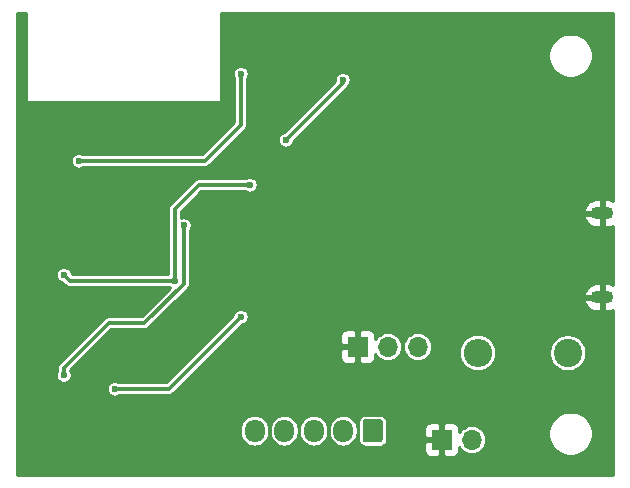
<source format=gbr>
G04 #@! TF.GenerationSoftware,KiCad,Pcbnew,5.1.2-f72e74a~84~ubuntu16.04.1*
G04 #@! TF.CreationDate,2019-05-27T21:49:57+02:00*
G04 #@! TF.ProjectId,CameraMotor,43616d65-7261-44d6-9f74-6f722e6b6963,rev?*
G04 #@! TF.SameCoordinates,Original*
G04 #@! TF.FileFunction,Copper,L2,Bot*
G04 #@! TF.FilePolarity,Positive*
%FSLAX46Y46*%
G04 Gerber Fmt 4.6, Leading zero omitted, Abs format (unit mm)*
G04 Created by KiCad (PCBNEW 5.1.2-f72e74a~84~ubuntu16.04.1) date 2019-05-27 21:49:57*
%MOMM*%
%LPD*%
G04 APERTURE LIST*
%ADD10C,0.100000*%
%ADD11C,1.700000*%
%ADD12O,1.700000X1.950000*%
%ADD13O,1.900000X1.100000*%
%ADD14R,1.700000X1.700000*%
%ADD15O,1.700000X1.700000*%
%ADD16C,2.400000*%
%ADD17O,2.400000X2.400000*%
%ADD18C,0.600000*%
%ADD19C,0.350000*%
%ADD20C,0.254000*%
G04 APERTURE END LIST*
D10*
G36*
X161406504Y-127550204D02*
G01*
X161430773Y-127553804D01*
X161454571Y-127559765D01*
X161477671Y-127568030D01*
X161499849Y-127578520D01*
X161520893Y-127591133D01*
X161540598Y-127605747D01*
X161558777Y-127622223D01*
X161575253Y-127640402D01*
X161589867Y-127660107D01*
X161602480Y-127681151D01*
X161612970Y-127703329D01*
X161621235Y-127726429D01*
X161627196Y-127750227D01*
X161630796Y-127774496D01*
X161632000Y-127799000D01*
X161632000Y-129249000D01*
X161630796Y-129273504D01*
X161627196Y-129297773D01*
X161621235Y-129321571D01*
X161612970Y-129344671D01*
X161602480Y-129366849D01*
X161589867Y-129387893D01*
X161575253Y-129407598D01*
X161558777Y-129425777D01*
X161540598Y-129442253D01*
X161520893Y-129456867D01*
X161499849Y-129469480D01*
X161477671Y-129479970D01*
X161454571Y-129488235D01*
X161430773Y-129494196D01*
X161406504Y-129497796D01*
X161382000Y-129499000D01*
X160182000Y-129499000D01*
X160157496Y-129497796D01*
X160133227Y-129494196D01*
X160109429Y-129488235D01*
X160086329Y-129479970D01*
X160064151Y-129469480D01*
X160043107Y-129456867D01*
X160023402Y-129442253D01*
X160005223Y-129425777D01*
X159988747Y-129407598D01*
X159974133Y-129387893D01*
X159961520Y-129366849D01*
X159951030Y-129344671D01*
X159942765Y-129321571D01*
X159936804Y-129297773D01*
X159933204Y-129273504D01*
X159932000Y-129249000D01*
X159932000Y-127799000D01*
X159933204Y-127774496D01*
X159936804Y-127750227D01*
X159942765Y-127726429D01*
X159951030Y-127703329D01*
X159961520Y-127681151D01*
X159974133Y-127660107D01*
X159988747Y-127640402D01*
X160005223Y-127622223D01*
X160023402Y-127605747D01*
X160043107Y-127591133D01*
X160064151Y-127578520D01*
X160086329Y-127568030D01*
X160109429Y-127559765D01*
X160133227Y-127553804D01*
X160157496Y-127550204D01*
X160182000Y-127549000D01*
X161382000Y-127549000D01*
X161406504Y-127550204D01*
X161406504Y-127550204D01*
G37*
D11*
X160782000Y-128524000D03*
D12*
X158282000Y-128524000D03*
X155782000Y-128524000D03*
X153282000Y-128524000D03*
X150782000Y-128524000D03*
D13*
X180216000Y-117245000D03*
X180216000Y-110105000D03*
D14*
X159512000Y-121412000D03*
D15*
X162052000Y-121412000D03*
X164592000Y-121412000D03*
D14*
X166624000Y-129286000D03*
D15*
X169164000Y-129286000D03*
D16*
X177292000Y-121920000D03*
D17*
X169672000Y-121920000D03*
D18*
X150368000Y-107696000D03*
X144018000Y-115824000D03*
X134620000Y-115316000D03*
X153416000Y-103886000D03*
X158242000Y-98806000D03*
X149606000Y-98298000D03*
X135890000Y-105664000D03*
X149606000Y-118872000D03*
X138938000Y-124968000D03*
X134620000Y-123825000D03*
X144780000Y-111125000D03*
D19*
X150368000Y-107696000D02*
X146050000Y-107696000D01*
X146050000Y-107696000D02*
X144018000Y-109728000D01*
X144018000Y-109728000D02*
X144018000Y-115824000D01*
X144018000Y-115824000D02*
X135128000Y-115824000D01*
X135128000Y-115824000D02*
X134620000Y-115316000D01*
X153416000Y-103886000D02*
X158242000Y-99060000D01*
X158242000Y-99060000D02*
X158242000Y-98806000D01*
X149606000Y-98298000D02*
X149606000Y-102616000D01*
X149606000Y-102616000D02*
X146558000Y-105664000D01*
X146558000Y-105664000D02*
X135890000Y-105664000D01*
X149606000Y-118872000D02*
X143510000Y-124968000D01*
X143510000Y-124968000D02*
X138938000Y-124968000D01*
X134620000Y-123825000D02*
X134620000Y-123190000D01*
X134620000Y-123190000D02*
X138430000Y-119380000D01*
X144780000Y-116061002D02*
X144780000Y-111125000D01*
X141461002Y-119380000D02*
X144780000Y-116061002D01*
X138430000Y-119380000D02*
X141461002Y-119380000D01*
D20*
G36*
X131454667Y-93169399D02*
G01*
X131447440Y-93193224D01*
X131445000Y-93218000D01*
X131445000Y-100584000D01*
X131447440Y-100608776D01*
X131454667Y-100632601D01*
X131466403Y-100654557D01*
X131482197Y-100673803D01*
X131501443Y-100689597D01*
X131523399Y-100701333D01*
X131547224Y-100708560D01*
X131572000Y-100711000D01*
X147828000Y-100711000D01*
X147852776Y-100708560D01*
X147876601Y-100701333D01*
X147898557Y-100689597D01*
X147917803Y-100673803D01*
X147933597Y-100654557D01*
X147945333Y-100632601D01*
X147952560Y-100608776D01*
X147955000Y-100584000D01*
X147955000Y-96589132D01*
X175669000Y-96589132D01*
X175669000Y-96958868D01*
X175741132Y-97321501D01*
X175882624Y-97663093D01*
X176088039Y-97970518D01*
X176349482Y-98231961D01*
X176656907Y-98437376D01*
X176998499Y-98578868D01*
X177361132Y-98651000D01*
X177730868Y-98651000D01*
X178093501Y-98578868D01*
X178435093Y-98437376D01*
X178742518Y-98231961D01*
X179003961Y-97970518D01*
X179209376Y-97663093D01*
X179350868Y-97321501D01*
X179423000Y-96958868D01*
X179423000Y-96589132D01*
X179350868Y-96226499D01*
X179209376Y-95884907D01*
X179003961Y-95577482D01*
X178742518Y-95316039D01*
X178435093Y-95110624D01*
X178093501Y-94969132D01*
X177730868Y-94897000D01*
X177361132Y-94897000D01*
X176998499Y-94969132D01*
X176656907Y-95110624D01*
X176349482Y-95316039D01*
X176088039Y-95577482D01*
X175882624Y-95884907D01*
X175741132Y-96226499D01*
X175669000Y-96589132D01*
X147955000Y-96589132D01*
X147955000Y-93218000D01*
X147952560Y-93193224D01*
X147945333Y-93169399D01*
X147941378Y-93162000D01*
X181158000Y-93162000D01*
X181158000Y-109046578D01*
X180971742Y-108967546D01*
X180743000Y-108920000D01*
X180343000Y-108920000D01*
X180343000Y-109978000D01*
X180363000Y-109978000D01*
X180363000Y-110232000D01*
X180343000Y-110232000D01*
X180343000Y-111290000D01*
X180743000Y-111290000D01*
X180971742Y-111242454D01*
X181158000Y-111163422D01*
X181158001Y-116186578D01*
X180971742Y-116107546D01*
X180743000Y-116060000D01*
X180343000Y-116060000D01*
X180343000Y-117118000D01*
X180363000Y-117118000D01*
X180363000Y-117372000D01*
X180343000Y-117372000D01*
X180343000Y-118430000D01*
X180743000Y-118430000D01*
X180971742Y-118382454D01*
X181158001Y-118303422D01*
X181158001Y-132263000D01*
X130627000Y-132263000D01*
X130627000Y-130136000D01*
X165135928Y-130136000D01*
X165148188Y-130260482D01*
X165184498Y-130380180D01*
X165243463Y-130490494D01*
X165322815Y-130587185D01*
X165419506Y-130666537D01*
X165529820Y-130725502D01*
X165649518Y-130761812D01*
X165774000Y-130774072D01*
X166338250Y-130771000D01*
X166497000Y-130612250D01*
X166497000Y-129413000D01*
X165297750Y-129413000D01*
X165139000Y-129571750D01*
X165135928Y-130136000D01*
X130627000Y-130136000D01*
X130627000Y-128338732D01*
X149555000Y-128338732D01*
X149555000Y-128709267D01*
X149572755Y-128889533D01*
X149642916Y-129120823D01*
X149756851Y-129333982D01*
X149910183Y-129520817D01*
X150097017Y-129674149D01*
X150310176Y-129788084D01*
X150541466Y-129858245D01*
X150782000Y-129881936D01*
X151022533Y-129858245D01*
X151253823Y-129788084D01*
X151466982Y-129674149D01*
X151653817Y-129520817D01*
X151807149Y-129333983D01*
X151921084Y-129120824D01*
X151991245Y-128889534D01*
X152009000Y-128709268D01*
X152009000Y-128338733D01*
X152009000Y-128338732D01*
X152055000Y-128338732D01*
X152055000Y-128709267D01*
X152072755Y-128889533D01*
X152142916Y-129120823D01*
X152256851Y-129333982D01*
X152410183Y-129520817D01*
X152597017Y-129674149D01*
X152810176Y-129788084D01*
X153041466Y-129858245D01*
X153282000Y-129881936D01*
X153522533Y-129858245D01*
X153753823Y-129788084D01*
X153966982Y-129674149D01*
X154153817Y-129520817D01*
X154307149Y-129333983D01*
X154421084Y-129120824D01*
X154491245Y-128889534D01*
X154509000Y-128709268D01*
X154509000Y-128338733D01*
X154509000Y-128338732D01*
X154555000Y-128338732D01*
X154555000Y-128709267D01*
X154572755Y-128889533D01*
X154642916Y-129120823D01*
X154756851Y-129333982D01*
X154910183Y-129520817D01*
X155097017Y-129674149D01*
X155310176Y-129788084D01*
X155541466Y-129858245D01*
X155782000Y-129881936D01*
X156022533Y-129858245D01*
X156253823Y-129788084D01*
X156466982Y-129674149D01*
X156653817Y-129520817D01*
X156807149Y-129333983D01*
X156921084Y-129120824D01*
X156991245Y-128889534D01*
X157009000Y-128709268D01*
X157009000Y-128338733D01*
X157009000Y-128338732D01*
X157055000Y-128338732D01*
X157055000Y-128709267D01*
X157072755Y-128889533D01*
X157142916Y-129120823D01*
X157256851Y-129333982D01*
X157410183Y-129520817D01*
X157597017Y-129674149D01*
X157810176Y-129788084D01*
X158041466Y-129858245D01*
X158282000Y-129881936D01*
X158522533Y-129858245D01*
X158753823Y-129788084D01*
X158966982Y-129674149D01*
X159153817Y-129520817D01*
X159307149Y-129333983D01*
X159421084Y-129120824D01*
X159491245Y-128889534D01*
X159509000Y-128709268D01*
X159509000Y-128338733D01*
X159491245Y-128158467D01*
X159421084Y-127927177D01*
X159352573Y-127799000D01*
X159553176Y-127799000D01*
X159553176Y-129249000D01*
X159565259Y-129371677D01*
X159601042Y-129489641D01*
X159659152Y-129598356D01*
X159737354Y-129693646D01*
X159832644Y-129771848D01*
X159941359Y-129829958D01*
X160059323Y-129865741D01*
X160182000Y-129877824D01*
X161382000Y-129877824D01*
X161504677Y-129865741D01*
X161622641Y-129829958D01*
X161731356Y-129771848D01*
X161826646Y-129693646D01*
X161904848Y-129598356D01*
X161962958Y-129489641D01*
X161998741Y-129371677D01*
X162010824Y-129249000D01*
X162010824Y-128436000D01*
X165135928Y-128436000D01*
X165139000Y-129000250D01*
X165297750Y-129159000D01*
X166497000Y-129159000D01*
X166497000Y-127959750D01*
X166751000Y-127959750D01*
X166751000Y-129159000D01*
X166771000Y-129159000D01*
X166771000Y-129413000D01*
X166751000Y-129413000D01*
X166751000Y-130612250D01*
X166909750Y-130771000D01*
X167474000Y-130774072D01*
X167598482Y-130761812D01*
X167718180Y-130725502D01*
X167828494Y-130666537D01*
X167925185Y-130587185D01*
X168004537Y-130490494D01*
X168063502Y-130380180D01*
X168099812Y-130260482D01*
X168112072Y-130136000D01*
X168110889Y-129918669D01*
X168138851Y-129970983D01*
X168292183Y-130157817D01*
X168479017Y-130311149D01*
X168692176Y-130425084D01*
X168923466Y-130495245D01*
X169103732Y-130513000D01*
X169224268Y-130513000D01*
X169404534Y-130495245D01*
X169635824Y-130425084D01*
X169848983Y-130311149D01*
X170035817Y-130157817D01*
X170189149Y-129970983D01*
X170303084Y-129757824D01*
X170373245Y-129526534D01*
X170396936Y-129286000D01*
X170373245Y-129045466D01*
X170303084Y-128814176D01*
X170189149Y-128601017D01*
X170182678Y-128593132D01*
X175669000Y-128593132D01*
X175669000Y-128962868D01*
X175741132Y-129325501D01*
X175882624Y-129667093D01*
X176088039Y-129974518D01*
X176349482Y-130235961D01*
X176656907Y-130441376D01*
X176998499Y-130582868D01*
X177361132Y-130655000D01*
X177730868Y-130655000D01*
X178093501Y-130582868D01*
X178435093Y-130441376D01*
X178742518Y-130235961D01*
X179003961Y-129974518D01*
X179209376Y-129667093D01*
X179350868Y-129325501D01*
X179423000Y-128962868D01*
X179423000Y-128593132D01*
X179350868Y-128230499D01*
X179209376Y-127888907D01*
X179003961Y-127581482D01*
X178742518Y-127320039D01*
X178435093Y-127114624D01*
X178093501Y-126973132D01*
X177730868Y-126901000D01*
X177361132Y-126901000D01*
X176998499Y-126973132D01*
X176656907Y-127114624D01*
X176349482Y-127320039D01*
X176088039Y-127581482D01*
X175882624Y-127888907D01*
X175741132Y-128230499D01*
X175669000Y-128593132D01*
X170182678Y-128593132D01*
X170035817Y-128414183D01*
X169848983Y-128260851D01*
X169635824Y-128146916D01*
X169404534Y-128076755D01*
X169224268Y-128059000D01*
X169103732Y-128059000D01*
X168923466Y-128076755D01*
X168692176Y-128146916D01*
X168479017Y-128260851D01*
X168292183Y-128414183D01*
X168138851Y-128601017D01*
X168110889Y-128653331D01*
X168112072Y-128436000D01*
X168099812Y-128311518D01*
X168063502Y-128191820D01*
X168004537Y-128081506D01*
X167925185Y-127984815D01*
X167828494Y-127905463D01*
X167718180Y-127846498D01*
X167598482Y-127810188D01*
X167474000Y-127797928D01*
X166909750Y-127801000D01*
X166751000Y-127959750D01*
X166497000Y-127959750D01*
X166338250Y-127801000D01*
X165774000Y-127797928D01*
X165649518Y-127810188D01*
X165529820Y-127846498D01*
X165419506Y-127905463D01*
X165322815Y-127984815D01*
X165243463Y-128081506D01*
X165184498Y-128191820D01*
X165148188Y-128311518D01*
X165135928Y-128436000D01*
X162010824Y-128436000D01*
X162010824Y-127799000D01*
X161998741Y-127676323D01*
X161962958Y-127558359D01*
X161904848Y-127449644D01*
X161826646Y-127354354D01*
X161731356Y-127276152D01*
X161622641Y-127218042D01*
X161504677Y-127182259D01*
X161382000Y-127170176D01*
X160182000Y-127170176D01*
X160059323Y-127182259D01*
X159941359Y-127218042D01*
X159832644Y-127276152D01*
X159737354Y-127354354D01*
X159659152Y-127449644D01*
X159601042Y-127558359D01*
X159565259Y-127676323D01*
X159553176Y-127799000D01*
X159352573Y-127799000D01*
X159307149Y-127714018D01*
X159153817Y-127527183D01*
X158966983Y-127373851D01*
X158753824Y-127259916D01*
X158522534Y-127189755D01*
X158282000Y-127166064D01*
X158041467Y-127189755D01*
X157810177Y-127259916D01*
X157597018Y-127373851D01*
X157410184Y-127527183D01*
X157256851Y-127714017D01*
X157142916Y-127927176D01*
X157072755Y-128158466D01*
X157055000Y-128338732D01*
X157009000Y-128338732D01*
X156991245Y-128158467D01*
X156921084Y-127927177D01*
X156807149Y-127714018D01*
X156653817Y-127527183D01*
X156466983Y-127373851D01*
X156253824Y-127259916D01*
X156022534Y-127189755D01*
X155782000Y-127166064D01*
X155541467Y-127189755D01*
X155310177Y-127259916D01*
X155097018Y-127373851D01*
X154910184Y-127527183D01*
X154756851Y-127714017D01*
X154642916Y-127927176D01*
X154572755Y-128158466D01*
X154555000Y-128338732D01*
X154509000Y-128338732D01*
X154491245Y-128158467D01*
X154421084Y-127927177D01*
X154307149Y-127714018D01*
X154153817Y-127527183D01*
X153966983Y-127373851D01*
X153753824Y-127259916D01*
X153522534Y-127189755D01*
X153282000Y-127166064D01*
X153041467Y-127189755D01*
X152810177Y-127259916D01*
X152597018Y-127373851D01*
X152410184Y-127527183D01*
X152256851Y-127714017D01*
X152142916Y-127927176D01*
X152072755Y-128158466D01*
X152055000Y-128338732D01*
X152009000Y-128338732D01*
X151991245Y-128158467D01*
X151921084Y-127927177D01*
X151807149Y-127714018D01*
X151653817Y-127527183D01*
X151466983Y-127373851D01*
X151253824Y-127259916D01*
X151022534Y-127189755D01*
X150782000Y-127166064D01*
X150541467Y-127189755D01*
X150310177Y-127259916D01*
X150097018Y-127373851D01*
X149910184Y-127527183D01*
X149756851Y-127714017D01*
X149642916Y-127927176D01*
X149572755Y-128158466D01*
X149555000Y-128338732D01*
X130627000Y-128338732D01*
X130627000Y-124901321D01*
X138261000Y-124901321D01*
X138261000Y-125034679D01*
X138287016Y-125165474D01*
X138338050Y-125288680D01*
X138412140Y-125399563D01*
X138506437Y-125493860D01*
X138617320Y-125567950D01*
X138740526Y-125618984D01*
X138871321Y-125645000D01*
X139004679Y-125645000D01*
X139135474Y-125618984D01*
X139258680Y-125567950D01*
X139330442Y-125520000D01*
X143482894Y-125520000D01*
X143510000Y-125522670D01*
X143537106Y-125520000D01*
X143537109Y-125520000D01*
X143618211Y-125512012D01*
X143722263Y-125480448D01*
X143818158Y-125429191D01*
X143902211Y-125360211D01*
X143919501Y-125339143D01*
X146996644Y-122262000D01*
X158023928Y-122262000D01*
X158036188Y-122386482D01*
X158072498Y-122506180D01*
X158131463Y-122616494D01*
X158210815Y-122713185D01*
X158307506Y-122792537D01*
X158417820Y-122851502D01*
X158537518Y-122887812D01*
X158662000Y-122900072D01*
X159226250Y-122897000D01*
X159385000Y-122738250D01*
X159385000Y-121539000D01*
X158185750Y-121539000D01*
X158027000Y-121697750D01*
X158023928Y-122262000D01*
X146996644Y-122262000D01*
X148696644Y-120562000D01*
X158023928Y-120562000D01*
X158027000Y-121126250D01*
X158185750Y-121285000D01*
X159385000Y-121285000D01*
X159385000Y-120085750D01*
X159639000Y-120085750D01*
X159639000Y-121285000D01*
X159659000Y-121285000D01*
X159659000Y-121539000D01*
X159639000Y-121539000D01*
X159639000Y-122738250D01*
X159797750Y-122897000D01*
X160362000Y-122900072D01*
X160486482Y-122887812D01*
X160606180Y-122851502D01*
X160716494Y-122792537D01*
X160813185Y-122713185D01*
X160892537Y-122616494D01*
X160951502Y-122506180D01*
X160987812Y-122386482D01*
X161000072Y-122262000D01*
X160998889Y-122044669D01*
X161026851Y-122096983D01*
X161180183Y-122283817D01*
X161367017Y-122437149D01*
X161580176Y-122551084D01*
X161811466Y-122621245D01*
X161991732Y-122639000D01*
X162112268Y-122639000D01*
X162292534Y-122621245D01*
X162523824Y-122551084D01*
X162736983Y-122437149D01*
X162923817Y-122283817D01*
X163077149Y-122096983D01*
X163191084Y-121883824D01*
X163261245Y-121652534D01*
X163284936Y-121412000D01*
X163359064Y-121412000D01*
X163382755Y-121652534D01*
X163452916Y-121883824D01*
X163566851Y-122096983D01*
X163720183Y-122283817D01*
X163907017Y-122437149D01*
X164120176Y-122551084D01*
X164351466Y-122621245D01*
X164531732Y-122639000D01*
X164652268Y-122639000D01*
X164832534Y-122621245D01*
X165063824Y-122551084D01*
X165276983Y-122437149D01*
X165463817Y-122283817D01*
X165617149Y-122096983D01*
X165711747Y-121920000D01*
X168087370Y-121920000D01*
X168117818Y-122229146D01*
X168207993Y-122526412D01*
X168354428Y-122800373D01*
X168551497Y-123040503D01*
X168791627Y-123237572D01*
X169065588Y-123384007D01*
X169362854Y-123474182D01*
X169594531Y-123497000D01*
X169749469Y-123497000D01*
X169981146Y-123474182D01*
X170278412Y-123384007D01*
X170552373Y-123237572D01*
X170792503Y-123040503D01*
X170989572Y-122800373D01*
X171136007Y-122526412D01*
X171226182Y-122229146D01*
X171256630Y-121920000D01*
X171241333Y-121764679D01*
X175715000Y-121764679D01*
X175715000Y-122075321D01*
X175775604Y-122379994D01*
X175894481Y-122666989D01*
X176067064Y-122925279D01*
X176286721Y-123144936D01*
X176545011Y-123317519D01*
X176832006Y-123436396D01*
X177136679Y-123497000D01*
X177447321Y-123497000D01*
X177751994Y-123436396D01*
X178038989Y-123317519D01*
X178297279Y-123144936D01*
X178516936Y-122925279D01*
X178689519Y-122666989D01*
X178808396Y-122379994D01*
X178869000Y-122075321D01*
X178869000Y-121764679D01*
X178808396Y-121460006D01*
X178689519Y-121173011D01*
X178516936Y-120914721D01*
X178297279Y-120695064D01*
X178038989Y-120522481D01*
X177751994Y-120403604D01*
X177447321Y-120343000D01*
X177136679Y-120343000D01*
X176832006Y-120403604D01*
X176545011Y-120522481D01*
X176286721Y-120695064D01*
X176067064Y-120914721D01*
X175894481Y-121173011D01*
X175775604Y-121460006D01*
X175715000Y-121764679D01*
X171241333Y-121764679D01*
X171226182Y-121610854D01*
X171136007Y-121313588D01*
X170989572Y-121039627D01*
X170792503Y-120799497D01*
X170552373Y-120602428D01*
X170278412Y-120455993D01*
X169981146Y-120365818D01*
X169749469Y-120343000D01*
X169594531Y-120343000D01*
X169362854Y-120365818D01*
X169065588Y-120455993D01*
X168791627Y-120602428D01*
X168551497Y-120799497D01*
X168354428Y-121039627D01*
X168207993Y-121313588D01*
X168117818Y-121610854D01*
X168087370Y-121920000D01*
X165711747Y-121920000D01*
X165731084Y-121883824D01*
X165801245Y-121652534D01*
X165824936Y-121412000D01*
X165801245Y-121171466D01*
X165731084Y-120940176D01*
X165617149Y-120727017D01*
X165463817Y-120540183D01*
X165276983Y-120386851D01*
X165063824Y-120272916D01*
X164832534Y-120202755D01*
X164652268Y-120185000D01*
X164531732Y-120185000D01*
X164351466Y-120202755D01*
X164120176Y-120272916D01*
X163907017Y-120386851D01*
X163720183Y-120540183D01*
X163566851Y-120727017D01*
X163452916Y-120940176D01*
X163382755Y-121171466D01*
X163359064Y-121412000D01*
X163284936Y-121412000D01*
X163261245Y-121171466D01*
X163191084Y-120940176D01*
X163077149Y-120727017D01*
X162923817Y-120540183D01*
X162736983Y-120386851D01*
X162523824Y-120272916D01*
X162292534Y-120202755D01*
X162112268Y-120185000D01*
X161991732Y-120185000D01*
X161811466Y-120202755D01*
X161580176Y-120272916D01*
X161367017Y-120386851D01*
X161180183Y-120540183D01*
X161026851Y-120727017D01*
X160998889Y-120779331D01*
X161000072Y-120562000D01*
X160987812Y-120437518D01*
X160951502Y-120317820D01*
X160892537Y-120207506D01*
X160813185Y-120110815D01*
X160716494Y-120031463D01*
X160606180Y-119972498D01*
X160486482Y-119936188D01*
X160362000Y-119923928D01*
X159797750Y-119927000D01*
X159639000Y-120085750D01*
X159385000Y-120085750D01*
X159226250Y-119927000D01*
X158662000Y-119923928D01*
X158537518Y-119936188D01*
X158417820Y-119972498D01*
X158307506Y-120031463D01*
X158210815Y-120110815D01*
X158131463Y-120207506D01*
X158072498Y-120317820D01*
X158036188Y-120437518D01*
X158023928Y-120562000D01*
X148696644Y-120562000D01*
X149718823Y-119539822D01*
X149803474Y-119522984D01*
X149926680Y-119471950D01*
X150037563Y-119397860D01*
X150131860Y-119303563D01*
X150205950Y-119192680D01*
X150256984Y-119069474D01*
X150283000Y-118938679D01*
X150283000Y-118805321D01*
X150256984Y-118674526D01*
X150205950Y-118551320D01*
X150131860Y-118440437D01*
X150037563Y-118346140D01*
X149926680Y-118272050D01*
X149803474Y-118221016D01*
X149672679Y-118195000D01*
X149539321Y-118195000D01*
X149408526Y-118221016D01*
X149285320Y-118272050D01*
X149174437Y-118346140D01*
X149080140Y-118440437D01*
X149006050Y-118551320D01*
X148955016Y-118674526D01*
X148938178Y-118759177D01*
X143281356Y-124416000D01*
X139330442Y-124416000D01*
X139258680Y-124368050D01*
X139135474Y-124317016D01*
X139004679Y-124291000D01*
X138871321Y-124291000D01*
X138740526Y-124317016D01*
X138617320Y-124368050D01*
X138506437Y-124442140D01*
X138412140Y-124536437D01*
X138338050Y-124647320D01*
X138287016Y-124770526D01*
X138261000Y-124901321D01*
X130627000Y-124901321D01*
X130627000Y-115249321D01*
X133943000Y-115249321D01*
X133943000Y-115382679D01*
X133969016Y-115513474D01*
X134020050Y-115636680D01*
X134094140Y-115747563D01*
X134188437Y-115841860D01*
X134299320Y-115915950D01*
X134422526Y-115966984D01*
X134507176Y-115983822D01*
X134718508Y-116195154D01*
X134735789Y-116216211D01*
X134819842Y-116285191D01*
X134915737Y-116336448D01*
X135019789Y-116368012D01*
X135100891Y-116376000D01*
X135100901Y-116376000D01*
X135127999Y-116378669D01*
X135155097Y-116376000D01*
X143625558Y-116376000D01*
X143660806Y-116399552D01*
X141232358Y-118828000D01*
X138457108Y-118828000D01*
X138430000Y-118825330D01*
X138402891Y-118828000D01*
X138321789Y-118835988D01*
X138217737Y-118867552D01*
X138121842Y-118918809D01*
X138037789Y-118987789D01*
X138020508Y-119008846D01*
X134248852Y-122780504D01*
X134227790Y-122797789D01*
X134183709Y-122851502D01*
X134158809Y-122881843D01*
X134107552Y-122977738D01*
X134096558Y-123013981D01*
X134075988Y-123081789D01*
X134069467Y-123148000D01*
X134065330Y-123190000D01*
X134068000Y-123217106D01*
X134068000Y-123432558D01*
X134020050Y-123504320D01*
X133969016Y-123627526D01*
X133943000Y-123758321D01*
X133943000Y-123891679D01*
X133969016Y-124022474D01*
X134020050Y-124145680D01*
X134094140Y-124256563D01*
X134188437Y-124350860D01*
X134299320Y-124424950D01*
X134422526Y-124475984D01*
X134553321Y-124502000D01*
X134686679Y-124502000D01*
X134817474Y-124475984D01*
X134940680Y-124424950D01*
X135051563Y-124350860D01*
X135145860Y-124256563D01*
X135219950Y-124145680D01*
X135270984Y-124022474D01*
X135297000Y-123891679D01*
X135297000Y-123758321D01*
X135270984Y-123627526D01*
X135219950Y-123504320D01*
X135172000Y-123432558D01*
X135172000Y-123418644D01*
X138658646Y-119932000D01*
X141433896Y-119932000D01*
X141461002Y-119934670D01*
X141488108Y-119932000D01*
X141488111Y-119932000D01*
X141569213Y-119924012D01*
X141673265Y-119892448D01*
X141769160Y-119841191D01*
X141853213Y-119772211D01*
X141870503Y-119751143D01*
X144066902Y-117554744D01*
X178672197Y-117554744D01*
X178672601Y-117581147D01*
X178760150Y-117797754D01*
X178888275Y-117993119D01*
X179052052Y-118159734D01*
X179245187Y-118291196D01*
X179460258Y-118382454D01*
X179689000Y-118430000D01*
X180089000Y-118430000D01*
X180089000Y-117372000D01*
X178797639Y-117372000D01*
X178672197Y-117554744D01*
X144066902Y-117554744D01*
X144686390Y-116935256D01*
X178672197Y-116935256D01*
X178797639Y-117118000D01*
X180089000Y-117118000D01*
X180089000Y-116060000D01*
X179689000Y-116060000D01*
X179460258Y-116107546D01*
X179245187Y-116198804D01*
X179052052Y-116330266D01*
X178888275Y-116496881D01*
X178760150Y-116692246D01*
X178672601Y-116908853D01*
X178672197Y-116935256D01*
X144686390Y-116935256D01*
X145151149Y-116470498D01*
X145172211Y-116453213D01*
X145241191Y-116369160D01*
X145292448Y-116273265D01*
X145324012Y-116169213D01*
X145332000Y-116088111D01*
X145332000Y-116088108D01*
X145334670Y-116061002D01*
X145332000Y-116033896D01*
X145332000Y-111517442D01*
X145379950Y-111445680D01*
X145430984Y-111322474D01*
X145457000Y-111191679D01*
X145457000Y-111058321D01*
X145430984Y-110927526D01*
X145379950Y-110804320D01*
X145305860Y-110693437D01*
X145211563Y-110599140D01*
X145100680Y-110525050D01*
X144977474Y-110474016D01*
X144846679Y-110448000D01*
X144713321Y-110448000D01*
X144582526Y-110474016D01*
X144570000Y-110479204D01*
X144570000Y-110414744D01*
X178672197Y-110414744D01*
X178672601Y-110441147D01*
X178760150Y-110657754D01*
X178888275Y-110853119D01*
X179052052Y-111019734D01*
X179245187Y-111151196D01*
X179460258Y-111242454D01*
X179689000Y-111290000D01*
X180089000Y-111290000D01*
X180089000Y-110232000D01*
X178797639Y-110232000D01*
X178672197Y-110414744D01*
X144570000Y-110414744D01*
X144570000Y-109956644D01*
X144731388Y-109795256D01*
X178672197Y-109795256D01*
X178797639Y-109978000D01*
X180089000Y-109978000D01*
X180089000Y-108920000D01*
X179689000Y-108920000D01*
X179460258Y-108967546D01*
X179245187Y-109058804D01*
X179052052Y-109190266D01*
X178888275Y-109356881D01*
X178760150Y-109552246D01*
X178672601Y-109768853D01*
X178672197Y-109795256D01*
X144731388Y-109795256D01*
X146278645Y-108248000D01*
X149975558Y-108248000D01*
X150047320Y-108295950D01*
X150170526Y-108346984D01*
X150301321Y-108373000D01*
X150434679Y-108373000D01*
X150565474Y-108346984D01*
X150688680Y-108295950D01*
X150799563Y-108221860D01*
X150893860Y-108127563D01*
X150967950Y-108016680D01*
X151018984Y-107893474D01*
X151045000Y-107762679D01*
X151045000Y-107629321D01*
X151018984Y-107498526D01*
X150967950Y-107375320D01*
X150893860Y-107264437D01*
X150799563Y-107170140D01*
X150688680Y-107096050D01*
X150565474Y-107045016D01*
X150434679Y-107019000D01*
X150301321Y-107019000D01*
X150170526Y-107045016D01*
X150047320Y-107096050D01*
X149975558Y-107144000D01*
X146077106Y-107144000D01*
X146050000Y-107141330D01*
X146022894Y-107144000D01*
X146022891Y-107144000D01*
X145941789Y-107151988D01*
X145837737Y-107183552D01*
X145741842Y-107234809D01*
X145657789Y-107303789D01*
X145640504Y-107324851D01*
X143646857Y-109318499D01*
X143625789Y-109335789D01*
X143556809Y-109419842D01*
X143505552Y-109515738D01*
X143473988Y-109619790D01*
X143466000Y-109700891D01*
X143463330Y-109728000D01*
X143466000Y-109755106D01*
X143466001Y-115272000D01*
X135356645Y-115272000D01*
X135287822Y-115203176D01*
X135270984Y-115118526D01*
X135219950Y-114995320D01*
X135145860Y-114884437D01*
X135051563Y-114790140D01*
X134940680Y-114716050D01*
X134817474Y-114665016D01*
X134686679Y-114639000D01*
X134553321Y-114639000D01*
X134422526Y-114665016D01*
X134299320Y-114716050D01*
X134188437Y-114790140D01*
X134094140Y-114884437D01*
X134020050Y-114995320D01*
X133969016Y-115118526D01*
X133943000Y-115249321D01*
X130627000Y-115249321D01*
X130627000Y-105597321D01*
X135213000Y-105597321D01*
X135213000Y-105730679D01*
X135239016Y-105861474D01*
X135290050Y-105984680D01*
X135364140Y-106095563D01*
X135458437Y-106189860D01*
X135569320Y-106263950D01*
X135692526Y-106314984D01*
X135823321Y-106341000D01*
X135956679Y-106341000D01*
X136087474Y-106314984D01*
X136210680Y-106263950D01*
X136282442Y-106216000D01*
X146530894Y-106216000D01*
X146558000Y-106218670D01*
X146585106Y-106216000D01*
X146585109Y-106216000D01*
X146666211Y-106208012D01*
X146770263Y-106176448D01*
X146866158Y-106125191D01*
X146950211Y-106056211D01*
X146967501Y-106035143D01*
X149183323Y-103819321D01*
X152739000Y-103819321D01*
X152739000Y-103952679D01*
X152765016Y-104083474D01*
X152816050Y-104206680D01*
X152890140Y-104317563D01*
X152984437Y-104411860D01*
X153095320Y-104485950D01*
X153218526Y-104536984D01*
X153349321Y-104563000D01*
X153482679Y-104563000D01*
X153613474Y-104536984D01*
X153736680Y-104485950D01*
X153847563Y-104411860D01*
X153941860Y-104317563D01*
X154015950Y-104206680D01*
X154066984Y-104083474D01*
X154083822Y-103998822D01*
X158613154Y-99469492D01*
X158634211Y-99452211D01*
X158703191Y-99368158D01*
X158754448Y-99272263D01*
X158763718Y-99241705D01*
X158767860Y-99237563D01*
X158841950Y-99126680D01*
X158892984Y-99003474D01*
X158919000Y-98872679D01*
X158919000Y-98739321D01*
X158892984Y-98608526D01*
X158841950Y-98485320D01*
X158767860Y-98374437D01*
X158673563Y-98280140D01*
X158562680Y-98206050D01*
X158439474Y-98155016D01*
X158308679Y-98129000D01*
X158175321Y-98129000D01*
X158044526Y-98155016D01*
X157921320Y-98206050D01*
X157810437Y-98280140D01*
X157716140Y-98374437D01*
X157642050Y-98485320D01*
X157591016Y-98608526D01*
X157565000Y-98739321D01*
X157565000Y-98872679D01*
X157578882Y-98942472D01*
X153303178Y-103218178D01*
X153218526Y-103235016D01*
X153095320Y-103286050D01*
X152984437Y-103360140D01*
X152890140Y-103454437D01*
X152816050Y-103565320D01*
X152765016Y-103688526D01*
X152739000Y-103819321D01*
X149183323Y-103819321D01*
X149977149Y-103025496D01*
X149998211Y-103008211D01*
X150067191Y-102924158D01*
X150118448Y-102828263D01*
X150150012Y-102724211D01*
X150158000Y-102643109D01*
X150158000Y-102643106D01*
X150160670Y-102616000D01*
X150158000Y-102588894D01*
X150158000Y-98690442D01*
X150205950Y-98618680D01*
X150256984Y-98495474D01*
X150283000Y-98364679D01*
X150283000Y-98231321D01*
X150256984Y-98100526D01*
X150205950Y-97977320D01*
X150131860Y-97866437D01*
X150037563Y-97772140D01*
X149926680Y-97698050D01*
X149803474Y-97647016D01*
X149672679Y-97621000D01*
X149539321Y-97621000D01*
X149408526Y-97647016D01*
X149285320Y-97698050D01*
X149174437Y-97772140D01*
X149080140Y-97866437D01*
X149006050Y-97977320D01*
X148955016Y-98100526D01*
X148929000Y-98231321D01*
X148929000Y-98364679D01*
X148955016Y-98495474D01*
X149006050Y-98618680D01*
X149054000Y-98690442D01*
X149054001Y-102387354D01*
X146329356Y-105112000D01*
X136282442Y-105112000D01*
X136210680Y-105064050D01*
X136087474Y-105013016D01*
X135956679Y-104987000D01*
X135823321Y-104987000D01*
X135692526Y-105013016D01*
X135569320Y-105064050D01*
X135458437Y-105138140D01*
X135364140Y-105232437D01*
X135290050Y-105343320D01*
X135239016Y-105466526D01*
X135213000Y-105597321D01*
X130627000Y-105597321D01*
X130627000Y-93162000D01*
X131458622Y-93162000D01*
X131454667Y-93169399D01*
X131454667Y-93169399D01*
G37*
X131454667Y-93169399D02*
X131447440Y-93193224D01*
X131445000Y-93218000D01*
X131445000Y-100584000D01*
X131447440Y-100608776D01*
X131454667Y-100632601D01*
X131466403Y-100654557D01*
X131482197Y-100673803D01*
X131501443Y-100689597D01*
X131523399Y-100701333D01*
X131547224Y-100708560D01*
X131572000Y-100711000D01*
X147828000Y-100711000D01*
X147852776Y-100708560D01*
X147876601Y-100701333D01*
X147898557Y-100689597D01*
X147917803Y-100673803D01*
X147933597Y-100654557D01*
X147945333Y-100632601D01*
X147952560Y-100608776D01*
X147955000Y-100584000D01*
X147955000Y-96589132D01*
X175669000Y-96589132D01*
X175669000Y-96958868D01*
X175741132Y-97321501D01*
X175882624Y-97663093D01*
X176088039Y-97970518D01*
X176349482Y-98231961D01*
X176656907Y-98437376D01*
X176998499Y-98578868D01*
X177361132Y-98651000D01*
X177730868Y-98651000D01*
X178093501Y-98578868D01*
X178435093Y-98437376D01*
X178742518Y-98231961D01*
X179003961Y-97970518D01*
X179209376Y-97663093D01*
X179350868Y-97321501D01*
X179423000Y-96958868D01*
X179423000Y-96589132D01*
X179350868Y-96226499D01*
X179209376Y-95884907D01*
X179003961Y-95577482D01*
X178742518Y-95316039D01*
X178435093Y-95110624D01*
X178093501Y-94969132D01*
X177730868Y-94897000D01*
X177361132Y-94897000D01*
X176998499Y-94969132D01*
X176656907Y-95110624D01*
X176349482Y-95316039D01*
X176088039Y-95577482D01*
X175882624Y-95884907D01*
X175741132Y-96226499D01*
X175669000Y-96589132D01*
X147955000Y-96589132D01*
X147955000Y-93218000D01*
X147952560Y-93193224D01*
X147945333Y-93169399D01*
X147941378Y-93162000D01*
X181158000Y-93162000D01*
X181158000Y-109046578D01*
X180971742Y-108967546D01*
X180743000Y-108920000D01*
X180343000Y-108920000D01*
X180343000Y-109978000D01*
X180363000Y-109978000D01*
X180363000Y-110232000D01*
X180343000Y-110232000D01*
X180343000Y-111290000D01*
X180743000Y-111290000D01*
X180971742Y-111242454D01*
X181158000Y-111163422D01*
X181158001Y-116186578D01*
X180971742Y-116107546D01*
X180743000Y-116060000D01*
X180343000Y-116060000D01*
X180343000Y-117118000D01*
X180363000Y-117118000D01*
X180363000Y-117372000D01*
X180343000Y-117372000D01*
X180343000Y-118430000D01*
X180743000Y-118430000D01*
X180971742Y-118382454D01*
X181158001Y-118303422D01*
X181158001Y-132263000D01*
X130627000Y-132263000D01*
X130627000Y-130136000D01*
X165135928Y-130136000D01*
X165148188Y-130260482D01*
X165184498Y-130380180D01*
X165243463Y-130490494D01*
X165322815Y-130587185D01*
X165419506Y-130666537D01*
X165529820Y-130725502D01*
X165649518Y-130761812D01*
X165774000Y-130774072D01*
X166338250Y-130771000D01*
X166497000Y-130612250D01*
X166497000Y-129413000D01*
X165297750Y-129413000D01*
X165139000Y-129571750D01*
X165135928Y-130136000D01*
X130627000Y-130136000D01*
X130627000Y-128338732D01*
X149555000Y-128338732D01*
X149555000Y-128709267D01*
X149572755Y-128889533D01*
X149642916Y-129120823D01*
X149756851Y-129333982D01*
X149910183Y-129520817D01*
X150097017Y-129674149D01*
X150310176Y-129788084D01*
X150541466Y-129858245D01*
X150782000Y-129881936D01*
X151022533Y-129858245D01*
X151253823Y-129788084D01*
X151466982Y-129674149D01*
X151653817Y-129520817D01*
X151807149Y-129333983D01*
X151921084Y-129120824D01*
X151991245Y-128889534D01*
X152009000Y-128709268D01*
X152009000Y-128338733D01*
X152009000Y-128338732D01*
X152055000Y-128338732D01*
X152055000Y-128709267D01*
X152072755Y-128889533D01*
X152142916Y-129120823D01*
X152256851Y-129333982D01*
X152410183Y-129520817D01*
X152597017Y-129674149D01*
X152810176Y-129788084D01*
X153041466Y-129858245D01*
X153282000Y-129881936D01*
X153522533Y-129858245D01*
X153753823Y-129788084D01*
X153966982Y-129674149D01*
X154153817Y-129520817D01*
X154307149Y-129333983D01*
X154421084Y-129120824D01*
X154491245Y-128889534D01*
X154509000Y-128709268D01*
X154509000Y-128338733D01*
X154509000Y-128338732D01*
X154555000Y-128338732D01*
X154555000Y-128709267D01*
X154572755Y-128889533D01*
X154642916Y-129120823D01*
X154756851Y-129333982D01*
X154910183Y-129520817D01*
X155097017Y-129674149D01*
X155310176Y-129788084D01*
X155541466Y-129858245D01*
X155782000Y-129881936D01*
X156022533Y-129858245D01*
X156253823Y-129788084D01*
X156466982Y-129674149D01*
X156653817Y-129520817D01*
X156807149Y-129333983D01*
X156921084Y-129120824D01*
X156991245Y-128889534D01*
X157009000Y-128709268D01*
X157009000Y-128338733D01*
X157009000Y-128338732D01*
X157055000Y-128338732D01*
X157055000Y-128709267D01*
X157072755Y-128889533D01*
X157142916Y-129120823D01*
X157256851Y-129333982D01*
X157410183Y-129520817D01*
X157597017Y-129674149D01*
X157810176Y-129788084D01*
X158041466Y-129858245D01*
X158282000Y-129881936D01*
X158522533Y-129858245D01*
X158753823Y-129788084D01*
X158966982Y-129674149D01*
X159153817Y-129520817D01*
X159307149Y-129333983D01*
X159421084Y-129120824D01*
X159491245Y-128889534D01*
X159509000Y-128709268D01*
X159509000Y-128338733D01*
X159491245Y-128158467D01*
X159421084Y-127927177D01*
X159352573Y-127799000D01*
X159553176Y-127799000D01*
X159553176Y-129249000D01*
X159565259Y-129371677D01*
X159601042Y-129489641D01*
X159659152Y-129598356D01*
X159737354Y-129693646D01*
X159832644Y-129771848D01*
X159941359Y-129829958D01*
X160059323Y-129865741D01*
X160182000Y-129877824D01*
X161382000Y-129877824D01*
X161504677Y-129865741D01*
X161622641Y-129829958D01*
X161731356Y-129771848D01*
X161826646Y-129693646D01*
X161904848Y-129598356D01*
X161962958Y-129489641D01*
X161998741Y-129371677D01*
X162010824Y-129249000D01*
X162010824Y-128436000D01*
X165135928Y-128436000D01*
X165139000Y-129000250D01*
X165297750Y-129159000D01*
X166497000Y-129159000D01*
X166497000Y-127959750D01*
X166751000Y-127959750D01*
X166751000Y-129159000D01*
X166771000Y-129159000D01*
X166771000Y-129413000D01*
X166751000Y-129413000D01*
X166751000Y-130612250D01*
X166909750Y-130771000D01*
X167474000Y-130774072D01*
X167598482Y-130761812D01*
X167718180Y-130725502D01*
X167828494Y-130666537D01*
X167925185Y-130587185D01*
X168004537Y-130490494D01*
X168063502Y-130380180D01*
X168099812Y-130260482D01*
X168112072Y-130136000D01*
X168110889Y-129918669D01*
X168138851Y-129970983D01*
X168292183Y-130157817D01*
X168479017Y-130311149D01*
X168692176Y-130425084D01*
X168923466Y-130495245D01*
X169103732Y-130513000D01*
X169224268Y-130513000D01*
X169404534Y-130495245D01*
X169635824Y-130425084D01*
X169848983Y-130311149D01*
X170035817Y-130157817D01*
X170189149Y-129970983D01*
X170303084Y-129757824D01*
X170373245Y-129526534D01*
X170396936Y-129286000D01*
X170373245Y-129045466D01*
X170303084Y-128814176D01*
X170189149Y-128601017D01*
X170182678Y-128593132D01*
X175669000Y-128593132D01*
X175669000Y-128962868D01*
X175741132Y-129325501D01*
X175882624Y-129667093D01*
X176088039Y-129974518D01*
X176349482Y-130235961D01*
X176656907Y-130441376D01*
X176998499Y-130582868D01*
X177361132Y-130655000D01*
X177730868Y-130655000D01*
X178093501Y-130582868D01*
X178435093Y-130441376D01*
X178742518Y-130235961D01*
X179003961Y-129974518D01*
X179209376Y-129667093D01*
X179350868Y-129325501D01*
X179423000Y-128962868D01*
X179423000Y-128593132D01*
X179350868Y-128230499D01*
X179209376Y-127888907D01*
X179003961Y-127581482D01*
X178742518Y-127320039D01*
X178435093Y-127114624D01*
X178093501Y-126973132D01*
X177730868Y-126901000D01*
X177361132Y-126901000D01*
X176998499Y-126973132D01*
X176656907Y-127114624D01*
X176349482Y-127320039D01*
X176088039Y-127581482D01*
X175882624Y-127888907D01*
X175741132Y-128230499D01*
X175669000Y-128593132D01*
X170182678Y-128593132D01*
X170035817Y-128414183D01*
X169848983Y-128260851D01*
X169635824Y-128146916D01*
X169404534Y-128076755D01*
X169224268Y-128059000D01*
X169103732Y-128059000D01*
X168923466Y-128076755D01*
X168692176Y-128146916D01*
X168479017Y-128260851D01*
X168292183Y-128414183D01*
X168138851Y-128601017D01*
X168110889Y-128653331D01*
X168112072Y-128436000D01*
X168099812Y-128311518D01*
X168063502Y-128191820D01*
X168004537Y-128081506D01*
X167925185Y-127984815D01*
X167828494Y-127905463D01*
X167718180Y-127846498D01*
X167598482Y-127810188D01*
X167474000Y-127797928D01*
X166909750Y-127801000D01*
X166751000Y-127959750D01*
X166497000Y-127959750D01*
X166338250Y-127801000D01*
X165774000Y-127797928D01*
X165649518Y-127810188D01*
X165529820Y-127846498D01*
X165419506Y-127905463D01*
X165322815Y-127984815D01*
X165243463Y-128081506D01*
X165184498Y-128191820D01*
X165148188Y-128311518D01*
X165135928Y-128436000D01*
X162010824Y-128436000D01*
X162010824Y-127799000D01*
X161998741Y-127676323D01*
X161962958Y-127558359D01*
X161904848Y-127449644D01*
X161826646Y-127354354D01*
X161731356Y-127276152D01*
X161622641Y-127218042D01*
X161504677Y-127182259D01*
X161382000Y-127170176D01*
X160182000Y-127170176D01*
X160059323Y-127182259D01*
X159941359Y-127218042D01*
X159832644Y-127276152D01*
X159737354Y-127354354D01*
X159659152Y-127449644D01*
X159601042Y-127558359D01*
X159565259Y-127676323D01*
X159553176Y-127799000D01*
X159352573Y-127799000D01*
X159307149Y-127714018D01*
X159153817Y-127527183D01*
X158966983Y-127373851D01*
X158753824Y-127259916D01*
X158522534Y-127189755D01*
X158282000Y-127166064D01*
X158041467Y-127189755D01*
X157810177Y-127259916D01*
X157597018Y-127373851D01*
X157410184Y-127527183D01*
X157256851Y-127714017D01*
X157142916Y-127927176D01*
X157072755Y-128158466D01*
X157055000Y-128338732D01*
X157009000Y-128338732D01*
X156991245Y-128158467D01*
X156921084Y-127927177D01*
X156807149Y-127714018D01*
X156653817Y-127527183D01*
X156466983Y-127373851D01*
X156253824Y-127259916D01*
X156022534Y-127189755D01*
X155782000Y-127166064D01*
X155541467Y-127189755D01*
X155310177Y-127259916D01*
X155097018Y-127373851D01*
X154910184Y-127527183D01*
X154756851Y-127714017D01*
X154642916Y-127927176D01*
X154572755Y-128158466D01*
X154555000Y-128338732D01*
X154509000Y-128338732D01*
X154491245Y-128158467D01*
X154421084Y-127927177D01*
X154307149Y-127714018D01*
X154153817Y-127527183D01*
X153966983Y-127373851D01*
X153753824Y-127259916D01*
X153522534Y-127189755D01*
X153282000Y-127166064D01*
X153041467Y-127189755D01*
X152810177Y-127259916D01*
X152597018Y-127373851D01*
X152410184Y-127527183D01*
X152256851Y-127714017D01*
X152142916Y-127927176D01*
X152072755Y-128158466D01*
X152055000Y-128338732D01*
X152009000Y-128338732D01*
X151991245Y-128158467D01*
X151921084Y-127927177D01*
X151807149Y-127714018D01*
X151653817Y-127527183D01*
X151466983Y-127373851D01*
X151253824Y-127259916D01*
X151022534Y-127189755D01*
X150782000Y-127166064D01*
X150541467Y-127189755D01*
X150310177Y-127259916D01*
X150097018Y-127373851D01*
X149910184Y-127527183D01*
X149756851Y-127714017D01*
X149642916Y-127927176D01*
X149572755Y-128158466D01*
X149555000Y-128338732D01*
X130627000Y-128338732D01*
X130627000Y-124901321D01*
X138261000Y-124901321D01*
X138261000Y-125034679D01*
X138287016Y-125165474D01*
X138338050Y-125288680D01*
X138412140Y-125399563D01*
X138506437Y-125493860D01*
X138617320Y-125567950D01*
X138740526Y-125618984D01*
X138871321Y-125645000D01*
X139004679Y-125645000D01*
X139135474Y-125618984D01*
X139258680Y-125567950D01*
X139330442Y-125520000D01*
X143482894Y-125520000D01*
X143510000Y-125522670D01*
X143537106Y-125520000D01*
X143537109Y-125520000D01*
X143618211Y-125512012D01*
X143722263Y-125480448D01*
X143818158Y-125429191D01*
X143902211Y-125360211D01*
X143919501Y-125339143D01*
X146996644Y-122262000D01*
X158023928Y-122262000D01*
X158036188Y-122386482D01*
X158072498Y-122506180D01*
X158131463Y-122616494D01*
X158210815Y-122713185D01*
X158307506Y-122792537D01*
X158417820Y-122851502D01*
X158537518Y-122887812D01*
X158662000Y-122900072D01*
X159226250Y-122897000D01*
X159385000Y-122738250D01*
X159385000Y-121539000D01*
X158185750Y-121539000D01*
X158027000Y-121697750D01*
X158023928Y-122262000D01*
X146996644Y-122262000D01*
X148696644Y-120562000D01*
X158023928Y-120562000D01*
X158027000Y-121126250D01*
X158185750Y-121285000D01*
X159385000Y-121285000D01*
X159385000Y-120085750D01*
X159639000Y-120085750D01*
X159639000Y-121285000D01*
X159659000Y-121285000D01*
X159659000Y-121539000D01*
X159639000Y-121539000D01*
X159639000Y-122738250D01*
X159797750Y-122897000D01*
X160362000Y-122900072D01*
X160486482Y-122887812D01*
X160606180Y-122851502D01*
X160716494Y-122792537D01*
X160813185Y-122713185D01*
X160892537Y-122616494D01*
X160951502Y-122506180D01*
X160987812Y-122386482D01*
X161000072Y-122262000D01*
X160998889Y-122044669D01*
X161026851Y-122096983D01*
X161180183Y-122283817D01*
X161367017Y-122437149D01*
X161580176Y-122551084D01*
X161811466Y-122621245D01*
X161991732Y-122639000D01*
X162112268Y-122639000D01*
X162292534Y-122621245D01*
X162523824Y-122551084D01*
X162736983Y-122437149D01*
X162923817Y-122283817D01*
X163077149Y-122096983D01*
X163191084Y-121883824D01*
X163261245Y-121652534D01*
X163284936Y-121412000D01*
X163359064Y-121412000D01*
X163382755Y-121652534D01*
X163452916Y-121883824D01*
X163566851Y-122096983D01*
X163720183Y-122283817D01*
X163907017Y-122437149D01*
X164120176Y-122551084D01*
X164351466Y-122621245D01*
X164531732Y-122639000D01*
X164652268Y-122639000D01*
X164832534Y-122621245D01*
X165063824Y-122551084D01*
X165276983Y-122437149D01*
X165463817Y-122283817D01*
X165617149Y-122096983D01*
X165711747Y-121920000D01*
X168087370Y-121920000D01*
X168117818Y-122229146D01*
X168207993Y-122526412D01*
X168354428Y-122800373D01*
X168551497Y-123040503D01*
X168791627Y-123237572D01*
X169065588Y-123384007D01*
X169362854Y-123474182D01*
X169594531Y-123497000D01*
X169749469Y-123497000D01*
X169981146Y-123474182D01*
X170278412Y-123384007D01*
X170552373Y-123237572D01*
X170792503Y-123040503D01*
X170989572Y-122800373D01*
X171136007Y-122526412D01*
X171226182Y-122229146D01*
X171256630Y-121920000D01*
X171241333Y-121764679D01*
X175715000Y-121764679D01*
X175715000Y-122075321D01*
X175775604Y-122379994D01*
X175894481Y-122666989D01*
X176067064Y-122925279D01*
X176286721Y-123144936D01*
X176545011Y-123317519D01*
X176832006Y-123436396D01*
X177136679Y-123497000D01*
X177447321Y-123497000D01*
X177751994Y-123436396D01*
X178038989Y-123317519D01*
X178297279Y-123144936D01*
X178516936Y-122925279D01*
X178689519Y-122666989D01*
X178808396Y-122379994D01*
X178869000Y-122075321D01*
X178869000Y-121764679D01*
X178808396Y-121460006D01*
X178689519Y-121173011D01*
X178516936Y-120914721D01*
X178297279Y-120695064D01*
X178038989Y-120522481D01*
X177751994Y-120403604D01*
X177447321Y-120343000D01*
X177136679Y-120343000D01*
X176832006Y-120403604D01*
X176545011Y-120522481D01*
X176286721Y-120695064D01*
X176067064Y-120914721D01*
X175894481Y-121173011D01*
X175775604Y-121460006D01*
X175715000Y-121764679D01*
X171241333Y-121764679D01*
X171226182Y-121610854D01*
X171136007Y-121313588D01*
X170989572Y-121039627D01*
X170792503Y-120799497D01*
X170552373Y-120602428D01*
X170278412Y-120455993D01*
X169981146Y-120365818D01*
X169749469Y-120343000D01*
X169594531Y-120343000D01*
X169362854Y-120365818D01*
X169065588Y-120455993D01*
X168791627Y-120602428D01*
X168551497Y-120799497D01*
X168354428Y-121039627D01*
X168207993Y-121313588D01*
X168117818Y-121610854D01*
X168087370Y-121920000D01*
X165711747Y-121920000D01*
X165731084Y-121883824D01*
X165801245Y-121652534D01*
X165824936Y-121412000D01*
X165801245Y-121171466D01*
X165731084Y-120940176D01*
X165617149Y-120727017D01*
X165463817Y-120540183D01*
X165276983Y-120386851D01*
X165063824Y-120272916D01*
X164832534Y-120202755D01*
X164652268Y-120185000D01*
X164531732Y-120185000D01*
X164351466Y-120202755D01*
X164120176Y-120272916D01*
X163907017Y-120386851D01*
X163720183Y-120540183D01*
X163566851Y-120727017D01*
X163452916Y-120940176D01*
X163382755Y-121171466D01*
X163359064Y-121412000D01*
X163284936Y-121412000D01*
X163261245Y-121171466D01*
X163191084Y-120940176D01*
X163077149Y-120727017D01*
X162923817Y-120540183D01*
X162736983Y-120386851D01*
X162523824Y-120272916D01*
X162292534Y-120202755D01*
X162112268Y-120185000D01*
X161991732Y-120185000D01*
X161811466Y-120202755D01*
X161580176Y-120272916D01*
X161367017Y-120386851D01*
X161180183Y-120540183D01*
X161026851Y-120727017D01*
X160998889Y-120779331D01*
X161000072Y-120562000D01*
X160987812Y-120437518D01*
X160951502Y-120317820D01*
X160892537Y-120207506D01*
X160813185Y-120110815D01*
X160716494Y-120031463D01*
X160606180Y-119972498D01*
X160486482Y-119936188D01*
X160362000Y-119923928D01*
X159797750Y-119927000D01*
X159639000Y-120085750D01*
X159385000Y-120085750D01*
X159226250Y-119927000D01*
X158662000Y-119923928D01*
X158537518Y-119936188D01*
X158417820Y-119972498D01*
X158307506Y-120031463D01*
X158210815Y-120110815D01*
X158131463Y-120207506D01*
X158072498Y-120317820D01*
X158036188Y-120437518D01*
X158023928Y-120562000D01*
X148696644Y-120562000D01*
X149718823Y-119539822D01*
X149803474Y-119522984D01*
X149926680Y-119471950D01*
X150037563Y-119397860D01*
X150131860Y-119303563D01*
X150205950Y-119192680D01*
X150256984Y-119069474D01*
X150283000Y-118938679D01*
X150283000Y-118805321D01*
X150256984Y-118674526D01*
X150205950Y-118551320D01*
X150131860Y-118440437D01*
X150037563Y-118346140D01*
X149926680Y-118272050D01*
X149803474Y-118221016D01*
X149672679Y-118195000D01*
X149539321Y-118195000D01*
X149408526Y-118221016D01*
X149285320Y-118272050D01*
X149174437Y-118346140D01*
X149080140Y-118440437D01*
X149006050Y-118551320D01*
X148955016Y-118674526D01*
X148938178Y-118759177D01*
X143281356Y-124416000D01*
X139330442Y-124416000D01*
X139258680Y-124368050D01*
X139135474Y-124317016D01*
X139004679Y-124291000D01*
X138871321Y-124291000D01*
X138740526Y-124317016D01*
X138617320Y-124368050D01*
X138506437Y-124442140D01*
X138412140Y-124536437D01*
X138338050Y-124647320D01*
X138287016Y-124770526D01*
X138261000Y-124901321D01*
X130627000Y-124901321D01*
X130627000Y-115249321D01*
X133943000Y-115249321D01*
X133943000Y-115382679D01*
X133969016Y-115513474D01*
X134020050Y-115636680D01*
X134094140Y-115747563D01*
X134188437Y-115841860D01*
X134299320Y-115915950D01*
X134422526Y-115966984D01*
X134507176Y-115983822D01*
X134718508Y-116195154D01*
X134735789Y-116216211D01*
X134819842Y-116285191D01*
X134915737Y-116336448D01*
X135019789Y-116368012D01*
X135100891Y-116376000D01*
X135100901Y-116376000D01*
X135127999Y-116378669D01*
X135155097Y-116376000D01*
X143625558Y-116376000D01*
X143660806Y-116399552D01*
X141232358Y-118828000D01*
X138457108Y-118828000D01*
X138430000Y-118825330D01*
X138402891Y-118828000D01*
X138321789Y-118835988D01*
X138217737Y-118867552D01*
X138121842Y-118918809D01*
X138037789Y-118987789D01*
X138020508Y-119008846D01*
X134248852Y-122780504D01*
X134227790Y-122797789D01*
X134183709Y-122851502D01*
X134158809Y-122881843D01*
X134107552Y-122977738D01*
X134096558Y-123013981D01*
X134075988Y-123081789D01*
X134069467Y-123148000D01*
X134065330Y-123190000D01*
X134068000Y-123217106D01*
X134068000Y-123432558D01*
X134020050Y-123504320D01*
X133969016Y-123627526D01*
X133943000Y-123758321D01*
X133943000Y-123891679D01*
X133969016Y-124022474D01*
X134020050Y-124145680D01*
X134094140Y-124256563D01*
X134188437Y-124350860D01*
X134299320Y-124424950D01*
X134422526Y-124475984D01*
X134553321Y-124502000D01*
X134686679Y-124502000D01*
X134817474Y-124475984D01*
X134940680Y-124424950D01*
X135051563Y-124350860D01*
X135145860Y-124256563D01*
X135219950Y-124145680D01*
X135270984Y-124022474D01*
X135297000Y-123891679D01*
X135297000Y-123758321D01*
X135270984Y-123627526D01*
X135219950Y-123504320D01*
X135172000Y-123432558D01*
X135172000Y-123418644D01*
X138658646Y-119932000D01*
X141433896Y-119932000D01*
X141461002Y-119934670D01*
X141488108Y-119932000D01*
X141488111Y-119932000D01*
X141569213Y-119924012D01*
X141673265Y-119892448D01*
X141769160Y-119841191D01*
X141853213Y-119772211D01*
X141870503Y-119751143D01*
X144066902Y-117554744D01*
X178672197Y-117554744D01*
X178672601Y-117581147D01*
X178760150Y-117797754D01*
X178888275Y-117993119D01*
X179052052Y-118159734D01*
X179245187Y-118291196D01*
X179460258Y-118382454D01*
X179689000Y-118430000D01*
X180089000Y-118430000D01*
X180089000Y-117372000D01*
X178797639Y-117372000D01*
X178672197Y-117554744D01*
X144066902Y-117554744D01*
X144686390Y-116935256D01*
X178672197Y-116935256D01*
X178797639Y-117118000D01*
X180089000Y-117118000D01*
X180089000Y-116060000D01*
X179689000Y-116060000D01*
X179460258Y-116107546D01*
X179245187Y-116198804D01*
X179052052Y-116330266D01*
X178888275Y-116496881D01*
X178760150Y-116692246D01*
X178672601Y-116908853D01*
X178672197Y-116935256D01*
X144686390Y-116935256D01*
X145151149Y-116470498D01*
X145172211Y-116453213D01*
X145241191Y-116369160D01*
X145292448Y-116273265D01*
X145324012Y-116169213D01*
X145332000Y-116088111D01*
X145332000Y-116088108D01*
X145334670Y-116061002D01*
X145332000Y-116033896D01*
X145332000Y-111517442D01*
X145379950Y-111445680D01*
X145430984Y-111322474D01*
X145457000Y-111191679D01*
X145457000Y-111058321D01*
X145430984Y-110927526D01*
X145379950Y-110804320D01*
X145305860Y-110693437D01*
X145211563Y-110599140D01*
X145100680Y-110525050D01*
X144977474Y-110474016D01*
X144846679Y-110448000D01*
X144713321Y-110448000D01*
X144582526Y-110474016D01*
X144570000Y-110479204D01*
X144570000Y-110414744D01*
X178672197Y-110414744D01*
X178672601Y-110441147D01*
X178760150Y-110657754D01*
X178888275Y-110853119D01*
X179052052Y-111019734D01*
X179245187Y-111151196D01*
X179460258Y-111242454D01*
X179689000Y-111290000D01*
X180089000Y-111290000D01*
X180089000Y-110232000D01*
X178797639Y-110232000D01*
X178672197Y-110414744D01*
X144570000Y-110414744D01*
X144570000Y-109956644D01*
X144731388Y-109795256D01*
X178672197Y-109795256D01*
X178797639Y-109978000D01*
X180089000Y-109978000D01*
X180089000Y-108920000D01*
X179689000Y-108920000D01*
X179460258Y-108967546D01*
X179245187Y-109058804D01*
X179052052Y-109190266D01*
X178888275Y-109356881D01*
X178760150Y-109552246D01*
X178672601Y-109768853D01*
X178672197Y-109795256D01*
X144731388Y-109795256D01*
X146278645Y-108248000D01*
X149975558Y-108248000D01*
X150047320Y-108295950D01*
X150170526Y-108346984D01*
X150301321Y-108373000D01*
X150434679Y-108373000D01*
X150565474Y-108346984D01*
X150688680Y-108295950D01*
X150799563Y-108221860D01*
X150893860Y-108127563D01*
X150967950Y-108016680D01*
X151018984Y-107893474D01*
X151045000Y-107762679D01*
X151045000Y-107629321D01*
X151018984Y-107498526D01*
X150967950Y-107375320D01*
X150893860Y-107264437D01*
X150799563Y-107170140D01*
X150688680Y-107096050D01*
X150565474Y-107045016D01*
X150434679Y-107019000D01*
X150301321Y-107019000D01*
X150170526Y-107045016D01*
X150047320Y-107096050D01*
X149975558Y-107144000D01*
X146077106Y-107144000D01*
X146050000Y-107141330D01*
X146022894Y-107144000D01*
X146022891Y-107144000D01*
X145941789Y-107151988D01*
X145837737Y-107183552D01*
X145741842Y-107234809D01*
X145657789Y-107303789D01*
X145640504Y-107324851D01*
X143646857Y-109318499D01*
X143625789Y-109335789D01*
X143556809Y-109419842D01*
X143505552Y-109515738D01*
X143473988Y-109619790D01*
X143466000Y-109700891D01*
X143463330Y-109728000D01*
X143466000Y-109755106D01*
X143466001Y-115272000D01*
X135356645Y-115272000D01*
X135287822Y-115203176D01*
X135270984Y-115118526D01*
X135219950Y-114995320D01*
X135145860Y-114884437D01*
X135051563Y-114790140D01*
X134940680Y-114716050D01*
X134817474Y-114665016D01*
X134686679Y-114639000D01*
X134553321Y-114639000D01*
X134422526Y-114665016D01*
X134299320Y-114716050D01*
X134188437Y-114790140D01*
X134094140Y-114884437D01*
X134020050Y-114995320D01*
X133969016Y-115118526D01*
X133943000Y-115249321D01*
X130627000Y-115249321D01*
X130627000Y-105597321D01*
X135213000Y-105597321D01*
X135213000Y-105730679D01*
X135239016Y-105861474D01*
X135290050Y-105984680D01*
X135364140Y-106095563D01*
X135458437Y-106189860D01*
X135569320Y-106263950D01*
X135692526Y-106314984D01*
X135823321Y-106341000D01*
X135956679Y-106341000D01*
X136087474Y-106314984D01*
X136210680Y-106263950D01*
X136282442Y-106216000D01*
X146530894Y-106216000D01*
X146558000Y-106218670D01*
X146585106Y-106216000D01*
X146585109Y-106216000D01*
X146666211Y-106208012D01*
X146770263Y-106176448D01*
X146866158Y-106125191D01*
X146950211Y-106056211D01*
X146967501Y-106035143D01*
X149183323Y-103819321D01*
X152739000Y-103819321D01*
X152739000Y-103952679D01*
X152765016Y-104083474D01*
X152816050Y-104206680D01*
X152890140Y-104317563D01*
X152984437Y-104411860D01*
X153095320Y-104485950D01*
X153218526Y-104536984D01*
X153349321Y-104563000D01*
X153482679Y-104563000D01*
X153613474Y-104536984D01*
X153736680Y-104485950D01*
X153847563Y-104411860D01*
X153941860Y-104317563D01*
X154015950Y-104206680D01*
X154066984Y-104083474D01*
X154083822Y-103998822D01*
X158613154Y-99469492D01*
X158634211Y-99452211D01*
X158703191Y-99368158D01*
X158754448Y-99272263D01*
X158763718Y-99241705D01*
X158767860Y-99237563D01*
X158841950Y-99126680D01*
X158892984Y-99003474D01*
X158919000Y-98872679D01*
X158919000Y-98739321D01*
X158892984Y-98608526D01*
X158841950Y-98485320D01*
X158767860Y-98374437D01*
X158673563Y-98280140D01*
X158562680Y-98206050D01*
X158439474Y-98155016D01*
X158308679Y-98129000D01*
X158175321Y-98129000D01*
X158044526Y-98155016D01*
X157921320Y-98206050D01*
X157810437Y-98280140D01*
X157716140Y-98374437D01*
X157642050Y-98485320D01*
X157591016Y-98608526D01*
X157565000Y-98739321D01*
X157565000Y-98872679D01*
X157578882Y-98942472D01*
X153303178Y-103218178D01*
X153218526Y-103235016D01*
X153095320Y-103286050D01*
X152984437Y-103360140D01*
X152890140Y-103454437D01*
X152816050Y-103565320D01*
X152765016Y-103688526D01*
X152739000Y-103819321D01*
X149183323Y-103819321D01*
X149977149Y-103025496D01*
X149998211Y-103008211D01*
X150067191Y-102924158D01*
X150118448Y-102828263D01*
X150150012Y-102724211D01*
X150158000Y-102643109D01*
X150158000Y-102643106D01*
X150160670Y-102616000D01*
X150158000Y-102588894D01*
X150158000Y-98690442D01*
X150205950Y-98618680D01*
X150256984Y-98495474D01*
X150283000Y-98364679D01*
X150283000Y-98231321D01*
X150256984Y-98100526D01*
X150205950Y-97977320D01*
X150131860Y-97866437D01*
X150037563Y-97772140D01*
X149926680Y-97698050D01*
X149803474Y-97647016D01*
X149672679Y-97621000D01*
X149539321Y-97621000D01*
X149408526Y-97647016D01*
X149285320Y-97698050D01*
X149174437Y-97772140D01*
X149080140Y-97866437D01*
X149006050Y-97977320D01*
X148955016Y-98100526D01*
X148929000Y-98231321D01*
X148929000Y-98364679D01*
X148955016Y-98495474D01*
X149006050Y-98618680D01*
X149054000Y-98690442D01*
X149054001Y-102387354D01*
X146329356Y-105112000D01*
X136282442Y-105112000D01*
X136210680Y-105064050D01*
X136087474Y-105013016D01*
X135956679Y-104987000D01*
X135823321Y-104987000D01*
X135692526Y-105013016D01*
X135569320Y-105064050D01*
X135458437Y-105138140D01*
X135364140Y-105232437D01*
X135290050Y-105343320D01*
X135239016Y-105466526D01*
X135213000Y-105597321D01*
X130627000Y-105597321D01*
X130627000Y-93162000D01*
X131458622Y-93162000D01*
X131454667Y-93169399D01*
M02*

</source>
